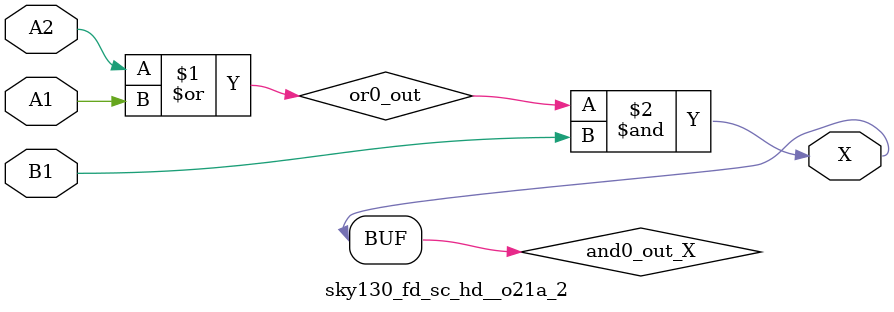
<source format=v>
/*
 * Copyright 2020 The SkyWater PDK Authors
 *
 * Licensed under the Apache License, Version 2.0 (the "License");
 * you may not use this file except in compliance with the License.
 * You may obtain a copy of the License at
 *
 *     https://www.apache.org/licenses/LICENSE-2.0
 *
 * Unless required by applicable law or agreed to in writing, software
 * distributed under the License is distributed on an "AS IS" BASIS,
 * WITHOUT WARRANTIES OR CONDITIONS OF ANY KIND, either express or implied.
 * See the License for the specific language governing permissions and
 * limitations under the License.
 *
 * SPDX-License-Identifier: Apache-2.0
*/


`ifndef SKY130_FD_SC_HD__O21A_2_FUNCTIONAL_V
`define SKY130_FD_SC_HD__O21A_2_FUNCTIONAL_V

/**
 * o21a: 2-input OR into first input of 2-input AND.
 *
 *       X = ((A1 | A2) & B1)
 *
 * Verilog simulation functional model.
 */

`timescale 1ns / 1ps
`default_nettype none

`celldefine
module sky130_fd_sc_hd__o21a_2 (
    X ,
    A1,
    A2,
    B1
);

    // Module ports
    output X ;
    input  A1;
    input  A2;
    input  B1;

    // Local signals
    wire or0_out   ;
    wire and0_out_X;

    //  Name  Output      Other arguments
    or  or0  (or0_out   , A2, A1         );
    and and0 (and0_out_X, or0_out, B1    );
    buf buf0 (X         , and0_out_X     );

endmodule
`endcelldefine

`default_nettype wire
`endif  // SKY130_FD_SC_HD__O21A_2_FUNCTIONAL_V

</source>
